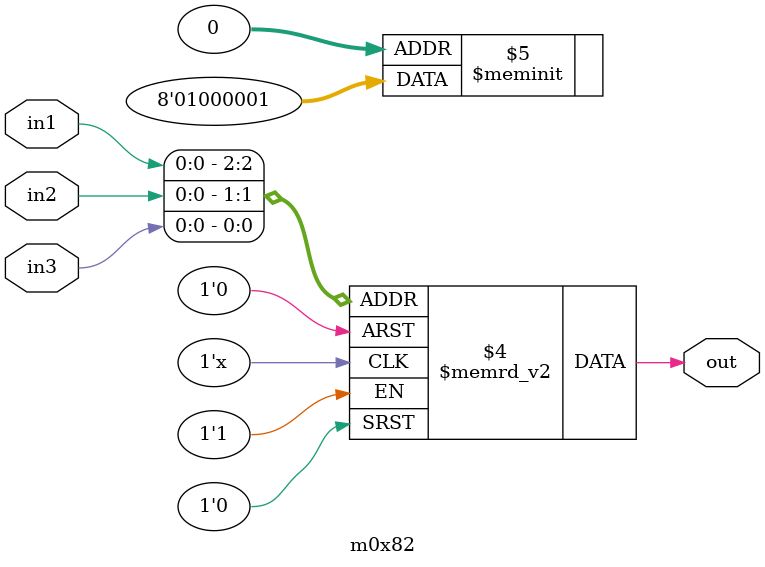
<source format=v>
module m0x82(output out, input in1, in2, in3);

   always @(in1, in2, in3)
     begin
        case({in1, in2, in3})
          3'b000: {out} = 1'b1;
          3'b001: {out} = 1'b0;
          3'b010: {out} = 1'b0;
          3'b011: {out} = 1'b0;
          3'b100: {out} = 1'b0;
          3'b101: {out} = 1'b0;
          3'b110: {out} = 1'b1;
          3'b111: {out} = 1'b0;
        endcase // case ({in1, in2, in3})
     end // always @ (in1, in2, in3)

endmodule // m0x82
</source>
